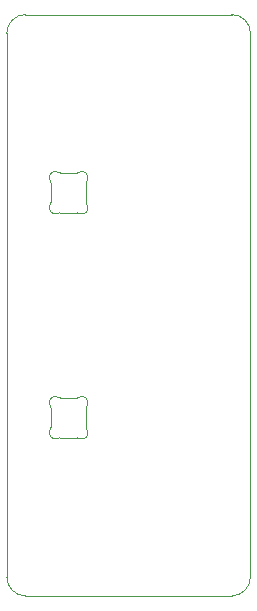
<source format=gbr>
%TF.GenerationSoftware,KiCad,Pcbnew,(6.0.7-1)-1*%
%TF.CreationDate,2022-12-25T16:24:35+07:00*%
%TF.ProjectId,pcb,7063622e-6b69-4636-9164-5f7063625858,rev?*%
%TF.SameCoordinates,Original*%
%TF.FileFunction,Profile,NP*%
%FSLAX46Y46*%
G04 Gerber Fmt 4.6, Leading zero omitted, Abs format (unit mm)*
G04 Created by KiCad (PCBNEW (6.0.7-1)-1) date 2022-12-25 16:24:35*
%MOMM*%
%LPD*%
G01*
G04 APERTURE LIST*
%TA.AperFunction,Profile*%
%ADD10C,0.100000*%
%TD*%
G04 APERTURE END LIST*
D10*
X139223750Y-92075000D02*
X139223750Y-49212500D01*
X120173750Y-46037450D02*
G75*
G03*
X118586250Y-47625000I50J-1587550D01*
G01*
X139223700Y-47625000D02*
G75*
G03*
X137636250Y-46037500I-1587500J0D01*
G01*
X118586250Y-49212500D02*
X118586250Y-92075000D01*
X120173750Y-95250000D02*
X137636250Y-95250000D01*
X118586250Y-49212500D02*
X118586250Y-47625000D01*
X139223750Y-92075000D02*
X139223750Y-93662500D01*
X137636250Y-46037500D02*
X120173750Y-46037500D01*
X118586300Y-93662500D02*
G75*
G03*
X120173750Y-95250000I1587500J0D01*
G01*
X118586250Y-92075000D02*
X118586250Y-93662500D01*
X139223750Y-49212500D02*
X139223750Y-47625000D01*
X137636250Y-95250050D02*
G75*
G03*
X139223750Y-93662500I-50J1587550D01*
G01*
%TO.C,LED1*%
X123122159Y-62818749D02*
X124527843Y-62818749D01*
X122325001Y-60324298D02*
X122325001Y-61913202D01*
X125325000Y-61913202D02*
X125325000Y-60324297D01*
X124527843Y-59418751D02*
X123122159Y-59418751D01*
X124744721Y-62868234D02*
G75*
G03*
X125393300Y-62165461I216879J450514D01*
G01*
X122905281Y-59369266D02*
G75*
G03*
X123122159Y-59418751I216876J450505D01*
G01*
X124744722Y-62868232D02*
G75*
G03*
X124527843Y-62818749I-216882J-450548D01*
G01*
X125325001Y-61913203D02*
G75*
G03*
X125393300Y-62165461I500009J3D01*
G01*
X122256704Y-62165461D02*
G75*
G03*
X122905281Y-62868234I431700J-252258D01*
G01*
X123122158Y-62818759D02*
G75*
G03*
X122905281Y-62868234I-158J-499391D01*
G01*
X125393299Y-60072039D02*
G75*
G03*
X125325000Y-60324297I431710J-252261D01*
G01*
X122905282Y-59369267D02*
G75*
G03*
X122256702Y-60072039I-216880J-450513D01*
G01*
X122325001Y-60324298D02*
G75*
G03*
X122256702Y-60072039I-500009J-2D01*
G01*
X122256703Y-62165460D02*
G75*
G03*
X122325001Y-61913202I-431713J252260D01*
G01*
X125393299Y-60072039D02*
G75*
G03*
X124744721Y-59369266I-431700J252259D01*
G01*
X124527844Y-59418751D02*
G75*
G03*
X124744721Y-59369266I1J499990D01*
G01*
%TO.C,LED2*%
X123122159Y-81868749D02*
X124527843Y-81868749D01*
X122325001Y-79374298D02*
X122325001Y-80963202D01*
X125325000Y-80963202D02*
X125325000Y-79374297D01*
X124527843Y-78468751D02*
X123122159Y-78468751D01*
X122325001Y-79374298D02*
G75*
G03*
X122256702Y-79122039I-500009J-2D01*
G01*
X125393299Y-79122039D02*
G75*
G03*
X125325000Y-79374297I431710J-252261D01*
G01*
X124744722Y-81918232D02*
G75*
G03*
X124527843Y-81868749I-216882J-450548D01*
G01*
X125393299Y-79122039D02*
G75*
G03*
X124744721Y-78419266I-431700J252259D01*
G01*
X122256704Y-81215461D02*
G75*
G03*
X122905281Y-81918234I431700J-252258D01*
G01*
X122256703Y-81215460D02*
G75*
G03*
X122325001Y-80963202I-431713J252260D01*
G01*
X124744721Y-81918234D02*
G75*
G03*
X125393300Y-81215461I216879J450514D01*
G01*
X123122158Y-81868759D02*
G75*
G03*
X122905281Y-81918234I-158J-499391D01*
G01*
X122905282Y-78419267D02*
G75*
G03*
X122256702Y-79122039I-216880J-450513D01*
G01*
X124527844Y-78468751D02*
G75*
G03*
X124744721Y-78419266I1J499990D01*
G01*
X125325001Y-80963203D02*
G75*
G03*
X125393300Y-81215461I500009J3D01*
G01*
X122905281Y-78419266D02*
G75*
G03*
X123122159Y-78468751I216876J450505D01*
G01*
%TD*%
M02*

</source>
